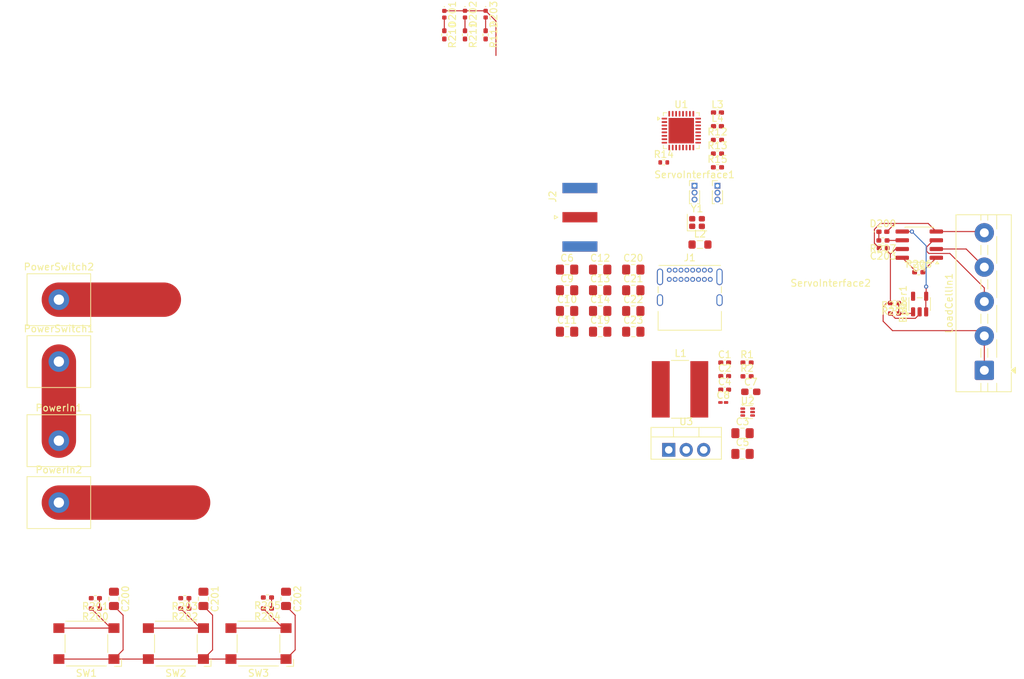
<source format=kicad_pcb>
(kicad_pcb (version 20241229) (generator "pcbnew") (generator_version "9.0")
  (layers (0 "F.Cu" signal) (2 "B.Cu" signal) (13 "F.Paste" user) (15 "B.Paste" user) (5 "F.SilkS" user "F.Silkscreen") (7 "B.SilkS" user "B.Silkscreen") (1 "F.Mask" user) (3 "B.Mask" user) (25 "Edge.Cuts" user))
  (net 0 "")
  (net 1 "Net-(Buffer1-+)")
  (net 2 "Net-(Buffer1--)")
  (net 3 "+3V3")
  (net 4 "GND")
  (net 5 "/Power/Bat+")
  (net 6 "+6V")
  (net 7 "Net-(U2-VBST)")
  (net 8 "Net-(U2-SW)")
  (net 9 "Net-(U2-VFB)")
  (net 10 "Net-(C11-Pad2)")
  (net 11 "/CHIP_EN")
  (net 12 "/BTN1")
  (net 13 "/BTN2")
  (net 14 "Net-(U1-XTAL_N)")
  (net 15 "Net-(C20-Pad2)")
  (net 16 "Net-(C21-Pad2)")
  (net 17 "Net-(U1-LNA_IN)")
  (net 18 "Net-(J2-In)")
  (net 19 "/LOAD_CELL")
  (net 20 "Net-(J1-D+-PadA6)")
  (net 22 "Net-(J1-D--PadA7)")
  (net 23 "Net-(J1-CC2)")
  (net 24 "Net-(J1-CC1)")
  (net 26 "Net-(U1-XTAL_P)")
  (net 27 "/Peripherals/GRN")
  (net 28 "/Peripherals/WHT")
  (net 29 "/Power/Bat-")
  (net 30 "/USB_D-")
  (net 31 "/USB_D+")
  (net 32 "/LED_INF")
  (net 33 "/PWM_S1")
  (net 34 "/PWM_S2")
  (net 49 "Net-(R200-Pad2)")
  (net 50 "Net-(R202-Pad2)")
  (net 51 "Net-(R204-Pad2)")
  (net 52 "Net-(R206-Pad1)")
  (net 53 "Net-(R206-Pad2)")
  (net 54 "Net-(R207-Pad1)")
  (net 55 "Net-(D201-A)")
  (net 56 "Net-(D202-A)")
  (net 57 "Net-(D203-A)")
  (footprint "Capacitor_SMD:C_0201_0603Metric_Pad0.64x0.40mm_HandSolder" (layer "F.Cu") (at 128.02 75.445)
    (property "Reference" "C8" (at 0 -1.05 0) (layer "F.SilkS"))
    (property "Value" "22pF")
    (pad "1" smd roundrect (at -0.4075 0) (size 0.635 0.4) (layers "F.Cu" "F.Mask") (net 3 "+3V3"))
    (pad "2" smd roundrect (at 0.4075 0) (size 0.635 0.4) (layers "F.Cu" "F.Mask") (net 9 "Net-(U2-VFB)"))
  )
  (footprint "Capacitor_SMD:C_0805_2012Metric_Pad1.18x1.45mm_HandSolder" (layer "F.Cu") (at 105.33 62.145)
    (property "Reference" "C10" (at 0 -1.68 0) (layer "F.SilkS"))
    (property "Value" "0.1uF")
    (pad "1" smd roundrect (at -1.0375 0) (size 1.175 1.45) (layers "F.Cu" "F.Mask" "F.Paste") (roundrect_rratio 0.212766) (net 4 "GND"))
    (pad "2" smd roundrect (at 1.0375 0) (size 1.175 1.45) (layers "F.Cu" "F.Mask" "F.Paste") (roundrect_rratio 0.212766) (net 3 "+3V3"))
  )
  (footprint "Crystal:Crystal_SMD_2016-4Pin_2.0x1.6mm" (layer "F.Cu") (at 124.21 49.285)
    (property "Reference" "Y1" (at 0 -2 0) (layer "F.SilkS"))
    (property "Value" "40Mhz 10ppm")
    (pad "1" smd roundrect (at -0.7 0.55) (size 0.9 0.8) (layers "F.Cu" "F.Mask" "F.Paste") (net 15 "Net-(C20-Pad2)"))
    (pad "2" smd roundrect (at 0.7 0.55) (size 0.9 0.8) (layers "F.Cu" "F.Mask" "F.Paste") (net 4 "GND"))
    (pad "3" smd roundrect (at 0.7 -0.55) (size 0.9 0.8) (layers "F.Cu" "F.Mask" "F.Paste") (net 14 "Net-(U1-XTAL_N)"))
    (pad "4" smd roundrect (at -0.7 -0.55) (size 0.9 0.8) (layers "F.Cu" "F.Mask" "F.Paste") (net 4 "GND"))
  )
  (footprint "Resistor_SMD:R_0402_1005Metric_Pad0.72x0.64mm_HandSolder" (layer "F.Cu") (at 87.5 22 -90)
    (property "Reference" "R210" (at 0.015 -1.17 90) (layer "F.SilkS"))
    (property "Value" "65Ohm")
    (pad "1" smd roundrect (at -0.5975 0 270) (size 0.715 0.64) (layers "F.Cu" "F.Mask" "F.Paste") (net 55 "Net-(D201-A)"))
    (pad "2" smd roundrect (at 0.5975 0 270) (size 0.715 0.64) (layers "F.Cu" "F.Mask" "F.Paste") (net 32 "/LED_INF"))
  )
  (footprint "LED_SMD:LED_0402_1005Metric" (layer "F.Cu") (at 93.5 18.985 -90)
    (property "Reference" "D203" (at 0 -1.17 90) (layer "F.SilkS"))
    (property "Value" "6V")
    (pad "1" smd roundrect (at -0.485 0 270) (size 0.59 0.64) (layers "F.Cu" "F.Mask" "F.Paste") (net 4 "GND"))
    (pad "2" smd roundrect (at 0.485 0 270) (size 0.59 0.64) (layers "F.Cu" "F.Mask" "F.Paste") (net 57 "Net-(D203-A)"))
  )
  (footprint "Capacitor_SMD:C_0805_2012Metric_Pad1.18x1.45mm_HandSolder" (layer "F.Cu") (at 114.95 62.145)
    (property "Reference" "C22" (at 0 -1.68 0) (layer "F.SilkS"))
    (property "Value" "1.4pF")
    (pad "1" smd roundrect (at -1.0375 0) (size 1.175 1.45) (layers "F.Cu" "F.Mask" "F.Paste") (roundrect_rratio 0.212766) (net 4 "GND"))
    (pad "2" smd roundrect (at 1.0375 0) (size 1.175 1.45) (layers "F.Cu" "F.Mask" "F.Paste") (roundrect_rratio 0.212766) (net 17 "Net-(U1-LNA_IN)"))
  )
  (footprint "Package_SO:SOIC-8_3.9x4.9mm_P1.27mm" (layer "F.Cu") (at 156.5 52.5 180)
    (property "Reference" "U4" (at 0 -3.4 0) (layer "F.SilkS"))
    (property "Value" "AD623")
    (pad "1" smd roundrect (at -2.475 -1.905 180) (size 1.95 0.6) (layers "F.Cu" "F.Mask" "F.Paste") (net 53 "Net-(R206-Pad2)"))
    (pad "2" smd roundrect (at -2.475 -0.635 180) (size 1.95 0.6) (layers "F.Cu" "F.Mask" "F.Paste") (net 28 "/Peripherals/WHT"))
    (pad "3" smd roundrect (at -2.475 0.635 180) (size 1.95 0.6) (layers "F.Cu" "F.Mask" "F.Paste") (net 27 "/Peripherals/GRN"))
    (pad "4" smd roundrect (at -2.475 1.905 180) (size 1.95 0.6) (layers "F.Cu" "F.Mask" "F.Paste") (net 4 "GND"))
    (pad "5" smd roundrect (at 2.475 1.905 180) (size 1.95 0.6) (layers "F.Cu" "F.Mask" "F.Paste") (net 2 "Net-(Buffer1--)"))
    (pad "6" smd roundrect (at 2.475 0.635 180) (size 1.95 0.6) (layers "F.Cu" "F.Mask" "F.Paste") (net 54 "Net-(R207-Pad1)"))
    (pad "7" smd roundrect (at 2.475 -0.635 180) (size 1.95 0.6) (layers "F.Cu" "F.Mask" "F.Paste") (net 6 "+6V"))
    (pad "8" smd roundrect (at 2.475 -1.905 180) (size 1.95 0.6) (layers "F.Cu" "F.Mask" "F.Paste") (net 52 "Net-(R206-Pad1)"))
  )
  (footprint "Resistor_SMD:R_0402_1005Metric_Pad0.72x0.64mm_HandSolder" (layer "F.Cu") (at 151.22 51.89 180)
    (property "Reference" "R207" (at 0 -1.17 0) (layer "F.SilkS"))
    (property "Value" "820Ohm")
    (pad "1" smd roundrect (at -0.5975 0 180) (size 0.715 0.64) (layers "F.Cu" "F.Mask" "F.Paste") (net 54 "Net-(R207-Pad1)"))
    (pad "2" smd roundrect (at 0.5975 0 180) (size 0.715 0.64) (layers "F.Cu" "F.Mask" "F.Paste") (net 19 "/LOAD_CELL"))
  )
  (footprint "Resistor_SMD:R_0402_1005Metric_Pad0.72x0.64mm_HandSolder" (layer "F.Cu") (at 36.8 105.4 180)
    (property "Reference" "R200" (at 0 -1.17 0) (layer "F.SilkS"))
    (property "Value" "1kOhm")
    (pad "1" smd roundrect (at -0.5975 0 180) (size 0.715 0.64) (layers "F.Cu" "F.Mask" "F.Paste") (net 11 "/CHIP_EN"))
    (pad "2" smd roundrect (at 0.5975 0 180) (size 0.715 0.64) (layers "F.Cu" "F.Mask" "F.Paste") (net 49 "Net-(R200-Pad2)"))
  )
  (footprint "TerminalBlock_MetzConnect:TerminalBlock_MetzConnect_360271_1x01_Horizontal_ScrewM3.0_Boxed" (layer "F.Cu") (at 31.5 90)
    (property "Reference" "PowerIn2" (at 0 -4.77 0) (layer "F.SilkS"))
    (property "Value" "Battery+")
    (pad "1" thru_hole circle (at 0 0) (size 3 3) (drill 1.5) (layers "*.Cu" "*.Mask") (net 5 "/Power/Bat+"))
  )
  (footprint "Capacitor_SMD:C_0805_2012Metric_Pad1.18x1.45mm_HandSolder" (layer "F.Cu") (at 64.5 104 -90)
    (property "Reference" "C202" (at 0 -1.68 90) (layer "F.SilkS"))
    (property "Value" "100nF")
    (pad "1" smd roundrect (at -1.0375 0 270) (size 1.175 1.45) (layers "F.Cu" "F.Mask" "F.Paste") (roundrect_rratio 0.212766) (net 13 "/BTN2"))
    (pad "2" smd roundrect (at 1.0375 0 270) (size 1.175 1.45) (layers "F.Cu" "F.Mask" "F.Paste") (roundrect_rratio 0.212766) (net 4 "GND"))
  )
  (footprint "TerminalBlock_MetzConnect:TerminalBlock_MetzConnect_360271_1x01_Horizontal_ScrewM3.0_Boxed" (layer "F.Cu") (at 31.5 81)
    (property "Reference" "PowerIn1" (at 0 -4.77 0) (layer "F.SilkS"))
    (property "Value" "Battery-")
    (pad "1" thru_hole circle (at 0 0) (size 3 3) (drill 1.5) (layers "*.Cu" "*.Mask") (net 29 "/Power/Bat-"))
  )
  (footprint "TerminalBlock_MetzConnect:TerminalBlock_MetzConnect_360271_1x01_Horizontal_ScrewM3.0_Boxed" (layer "F.Cu") (at 31.5 69.5)
    (property "Reference" "PowerSwitch1" (at 0 -4.77 0) (layer "F.SilkS"))
    (property "Value" "Screw_Terminal_01x01")
    (pad "1" thru_hole circle (at 0 0) (size 3 3) (drill 1.5) (layers "*.Cu" "*.Mask") (net 29 "/Power/Bat-"))
  )
  (footprint "Package_TO_SOT_SMD:SOT-23-5" (layer "F.Cu") (at 156.55 61.1375 90)
    (property "Reference" "Buffer1" (at 0 -2.4 90) (layer "F.SilkS"))
    (property "Value" "MCP6001U")
    (pad "1" smd roundrect (at -1.1375 -0.95 90) (size 1.325 0.6) (layers "F.Cu" "F.Mask" "F.Paste") (net 1 "Net-(Buffer1-+)"))
    (pad "2" smd roundrect (at -1.1375 0 90) (size 1.325 0.6) (layers "F.Cu" "F.Mask" "F.Paste") (net 4 "GND"))
    (pad "3" smd roundrect (at -1.1375 0.95 90) (size 1.325 0.6) (layers "F.Cu" "F.Mask" "F.Paste") (net 2 "Net-(Buffer1--)"))
    (pad "4" smd roundrect (at 1.1375 0.95 90) (size 1.325 0.6) (layers "F.Cu" "F.Mask" "F.Paste") (net 2 "Net-(Buffer1--)"))
    (pad "5" smd roundrect (at 1.1375 -0.95 90) (size 1.325 0.6) (layers "F.Cu" "F.Mask" "F.Paste") (net 3 "+3V3"))
  )
  (footprint "LED_SMD:LED_0402_1005Metric" (layer "F.Cu") (at 87.5 19 -90)
    (property "Reference" "D201" (at 0 -1.17 90) (layer "F.SilkS"))
    (property "Value" "INF")
    (pad "1" smd roundrect (at -0.485 0 270) (size 0.59 0.64) (layers "F.Cu" "F.Mask" "F.Paste") (net 4 "GND"))
    (pad "2" smd roundrect (at 0.485 0 270) (size 0.59 0.64) (layers "F.Cu" "F.Mask" "F.Paste") (net 55 "Net-(D201-A)"))
  )
  (footprint "Capacitor_SMD:C_0402_1005Metric_Pad0.74x0.62mm_HandSolder" (layer "F.Cu") (at 128.23 73.585)
    (property "Reference" "C4" (at 0 -1.16 0) (layer "F.SilkS"))
    (property "Value" "0.1uf")
    (pad "1" smd roundrect (at -0.5675 0) (size 0.735 0.62) (layers "F.Cu" "F.Mask" "F.Paste") (net 6 "+6V"))
    (pad "2" smd roundrect (at 0.5675 0) (size 0.735 0.62) (layers "F.Cu" "F.Mask" "F.Paste") (net 4 "GND"))
  )
  (footprint "Connector_USB:USB_C_Receptacle_GCT_USB4085" (layer "F.Cu") (at 120.18 56.205)
    (property "Reference" "J1" (at 2.975 -1.8 0) (layer "F.SilkS"))
    (property "Value" "USB_C_Receptacle_USB2.0_16P")
    (pad "A1" thru_hole circle (at 0 0) (size 0.7 0.7) (drill 0.4) (layers "*.Cu" "*.Mask") (net 4 "GND"))
    (pad "A4" thru_hole circle (at 0.85 0) (size 0.7 0.7) (drill 0.4) (layers "*.Cu" "*.Mask") (net 16 "Net-(C21-Pad2)"))
    (pad "A5" thru_hole circle (at 1.7 0) (size 0.7 0.7) (drill 0.4) (layers "*.Cu" "*.Mask") (net 24 "Net-(J1-CC1)"))
    (pad "A6" thru_hole circle (at 2.55 0) (size 0.7 0.7) (drill 0.4) (layers "*.Cu" "*.Mask") (net 20 "Net-(J1-D+-PadA6)"))
    (pad "A7" thru_hole circle (at 3.4 0) (size 0.7 0.7) (drill 0.4) (layers "*.Cu" "*.Mask") (net 22 "Net-(J1-D--PadA7)"))
    (pad "A8" thru_hole circle (at 4.25 0) (size 0.7 0.7) (drill 0.4) (layers "*.Cu" "*.Mask"))
    (pad "A9" thru_hole circle (at 5.1 0) (size 0.7 0.7) (drill 0.4) (layers "*.Cu" "*.Mask") (net 16 "Net-(C21-Pad2)"))
    (pad "A12" thru_hole circle (at 5.95 0) (size 0.7 0.7) (drill 0.4) (layers "*.Cu" "*.Mask") (net 4 "GND"))
    (pad "B1" thru_hole circle (at 5.95 1.35) (size 0.7 0.7) (drill 0.4) (layers "*.Cu" "*.Mask") (net 4 "GND"))
    (pad "B4" thru_hole circle (at 5.1 1.35) (size 0.7 0.7) (drill 0.4) (layers "*.Cu" "*.Mask") (net 16 "Net-(C21-Pad2)"))
    (pad "B5" thru_hole circle (at 4.25 1.35) (size 0.7 0.7) (drill 0.4) (layers "*.Cu" "*.Mask") (net 23 "Net-(J1-CC2)"))
    (pad "B6" thru_hole circle (at 3.4 1.35) (size 0.7 0.7) (drill 0.4) (layers "*.Cu" "*.Mask") (net 20 "Net-(J1-D+-PadA6)"))
    (pad "B7" thru_hole circle (at 2.55 1.35) (size 0.7 0.7) (drill 0.4) (layers "*.Cu" "*.Mask") (net 22 "Net-(J1-D--PadA7)"))
    (pad "B8" thru_hole circle (at 1.7 1.35) (size 0.7 0.7) (drill 0.4) (layers "*.Cu" "*.Mask"))
    (pad "B9" thru_hole circle (at 0.85 1.35) (size 0.7 0.7) (drill 0.4) (layers "*.Cu" "*.Mask") (net 16 "Net-(C21-Pad2)"))
    (pad "B12" thru_hole circle (at 0 1.35) (size 0.7 0.7) (drill 0.4) (layers "*.Cu" "*.Mask") (net 4 "GND"))
    (pad "S1" thru_hole oval (at -1.35 0.98) (size 0.9 2.4) (drill oval 0.6 2.1) (layers "*.Cu" "*.Mask") (net 4 "GND"))
    (pad "S1" thru_hole oval (at -1.35 4.36) (size 0.9 1.7) (drill oval 0.6 1.4) (layers "*.Cu" "*.Mask") (net 4 "GND"))
    (pad "S1" thru_hole oval (at 7.3 0.98) (size 0.9 2.4) (drill oval 0.6 2.1) (layers "*.Cu" "*.Mask") (net 4 "GND"))
    (pad "S1" thru_hole oval (at 7.3 4.36) (size 0.9 1.7) (drill oval 0.6 1.4) (layers "*.Cu" "*.Mask") (net 4 "GND"))
  )
  (footprint "Capacitor_SMD:C_0805_2012Metric_Pad1.18x1.45mm_HandSolder" (layer "F.Cu") (at 110.14 59.135)
    (property "Reference" "C13" (at 0 -1.68 0) (layer "F.SilkS"))
    (property "Value" "1uF")
    (pad "1" smd roundrect (at -1.0375 0) (size 1.175 1.45) (layers "F.Cu" "F.Mask" "F.Paste") (roundrect_rratio 0.212766) (net 4 "GND"))
    (pad "2" smd roundrect (at 1.0375 0) (size 1.175 1.45) (layers "F.Cu" "F.Mask" "F.Paste") (roundrect_rratio 0.212766) (net 3 "+3V3"))
  )
  (footprint "Connector_PinHeader_1.00mm:PinHeader_1x03_P1.00mm_Vertical" (layer "F.Cu") (at 127.18 43.935)
    (property "Reference" "ServoInterface2" (at 16.45 14.16 0) (layer "F.SilkS"))
    (property "Value" "Servo2")
    (pad "1" thru_hole rect (at 0 0) (size 0.85 0.85) (drill 0.5) (layers "*.Cu" "*.Mask") (net 4 "GND"))
    (pad "2" thru_hole circle (at 0 1) (size 0.85 0.85) (drill 0.5) (layers "*.Cu" "*.Mask") (net 5 "/Power/Bat+"))
    (pad "3" thru_hole circle (at 0 2) (size 0.85 0.85) (drill 0.5) (layers "*.Cu" "*.Mask") (net 34 "/PWM_S2"))
  )
  (footprint "Connector_PinHeader_1.00mm:PinHeader_1x03_P1.00mm_Vertical" (layer "F.Cu") (at 123.85 43.935)
    (property "Reference" "ServoInterface1" (at 0 -1.61 0) (layer "F.SilkS"))
    (property "Value" "Servo1")
    (pad "1" thru_hole rect (at 0 0) (size 0.85 0.85) (drill 0.5) (layers "*.Cu" "*.Mask") (net 4 "GND"))
    (pad "2" thru_hole circle (at 0 1) (size 0.85 0.85) (drill 0.5) (layers "*.Cu" "*.Mask") (net 5 "/Power/Bat+"))
    (pad "3" thru_hole circle (at 0 2) (size 0.85 0.85) (drill 0.5) (layers "*.Cu" "*.Mask") (net 33 "/PWM_S1"))
  )
  (footprint "Package_DFN_QFN:QFN-32-1EP_5x5mm_P0.5mm_EP3.7x3.7mm" (layer "F.Cu") (at 121.925 35.925)
    (property "Reference" "U1" (at 0 -3.8 0) (layer "F.SilkS"))
    (property "Value" "ESP32-C3")
    (pad "1" smd roundrect (at -2.45 -1.75) (size 0.8 0.25) (layers "F.Cu" "F.Mask" "F.Paste") (net 17 "Net-(U1-LNA_IN)"))
    (pad "2" smd roundrect (at -2.45 -1.25) (size 0.8 0.25) (layers "F.Cu" "F.Mask" "F.Paste") (net 10 "Net-(C11-Pad2)"))
    (pad "3" smd roundrect (at -2.45 -0.75) (size 0.8 0.25) (layers "F.Cu" "F.Mask" "F.Paste") (net 10 "Net-(C11-Pad2)"))
    (pad "4" smd roundrect (at -2.45 -0.25) (size 0.8 0.25) (layers "F.Cu" "F.Mask" "F.Paste") (net 19 "/LOAD_CELL"))
    (pad "5" smd roundrect (at -2.45 0.25) (size 0.8 0.25) (layers "F.Cu" "F.Mask" "F.Paste"))
    (pad "6" smd roundrect (at -2.45 0.75) (size 0.8 0.25) (layers "F.Cu" "F.Mask" "F.Paste"))
    (pad "7" smd roundrect (at -2.45 1.25) (size 0.8 0.25) (layers "F.Cu" "F.Mask" "F.Paste") (net 11 "/CHIP_EN"))
    (pad "8" smd roundrect (at -2.45 1.75) (size 0.8 0.25) (layers "F.Cu" "F.Mask" "F.Paste") (net 33 "/PWM_S1"))
    (pad "9" smd roundrect (at -1.75 2.45) (size 0.25 0.8) (layers "F.Cu" "F.Mask" "F.Paste"))
    (pad "10" smd roundrect (at -1.25 2.45) (size 0.25 0.8) (layers "F.Cu" "F.Mask" "F.Paste"))
    (pad "11" smd roundrect (at -0.75 2.45) (size 0.25 0.8) (layers "F.Cu" "F.Mask" "F.Paste") (net 3 "+3V3"))
    (pad "12" smd roundrect (at -0.25 2.45) (size 0.25 0.8) (layers "F.Cu" "F.Mask" "F.Paste"))
    (pad "13" smd roundrect (at 0.25 2.45) (size 0.25 0.8) (layers "F.Cu" "F.Mask" "F.Paste"))
    (pad "14" smd roundrect (at 0.75 2.45) (size 0.25 0.8) (layers "F.Cu" "F.Mask" "F.Paste") (net 12 "/BTN1"))
    (pad "15" smd roundrect (at 1.25 2.45) (size 0.25 0.8) (layers "F.Cu" "F.Mask" "F.Paste") (net 13 "/BTN2"))
    (pad "16" smd roundrect (at 1.75 2.45) (size 0.25 0.8) (layers "F.Cu" "F.Mask" "F.Paste") (net 34 "/PWM_S2"))
    (pad "17" smd roundrect (at 2.45 1.75) (size 0.8 0.25) (layers "F.Cu" "F.Mask" "F.Paste") (net 3 "+3V3"))
    (pad "18" smd roundrect (at 2.45 1.25) (size 0.8 0.25) (layers "F.Cu" "F.Mask" "F.Paste"))
    (pad "19" smd roundrect (at 2.45 0.75) (size 0.8 0.25) (layers "F.Cu" "F.Mask" "F.Paste"))
    (pad "20" smd roundrect (at 2.45 0.25) (size 0.8 0.25) (layers "F.Cu" "F.Mask" "F.Paste"))
    (pad "21" smd roundrect (at 2.45 -0.25) (size 0.8 0.25) (layers "F.Cu" "F.Mask" "F.Paste"))
    (pad "22" smd roundrect (at 2.45 -0.75) (size 0.8 0.25) (layers "F.Cu" "F.Mask" "F.Paste"))
    (pad "23" smd roundrect (at 2.45 -1.25) (size 0.8 0.25) (layers "F.Cu" "F.Mask" "F.Paste"))
    (pad "24" smd roundrect (at 2.45 -1.75) (size 0.8 0.25) (layers "F.Cu" "F.Mask" "F.Paste"))
    (pad "25" smd roundrect (at 1.75 -2.45) (size 0.25 0.8) (layers "F.Cu" "F.Mask" "F.Paste") (net 30 "/USB_D-"))
    (pad "26" smd roundrect (at 1.25 -2.45) (size 0.25 0.8) (layers "F.Cu" "F.Mask" "F.Paste") (net 31 "/USB_D+"))
    (pad "27" smd roundrect (at 0.75 -2.45) (size 0.25 0.8) (layers "F.Cu" "F.Mask" "F.Paste"))
    (pad "28" smd roundrect (at 0.25 -2.45) (size 0.25 0.8) (layers "F.Cu" "F.Mask" "F.Paste") (net 32 "/LED_INF"))
    (pad "29" smd roundrect (at -0.25 -2.45) (size 0.25 0.8) (layers "F.Cu" "F.Mask" "F.Paste") (net 14 "Net-(U1-XTAL_N)"))
    (pad "30" smd roundrect (at -0.75 -2.45) (size 0.25 0.8) (layers "F.Cu" "F.Mask" "F.Paste") (net 26 "Net-(U1-XTAL_P)"))
    (pad "31" smd roundrect (at -1.25 -2.45) (size 0.25 0.8) (layers "F.Cu" "F.Mask" "F.Paste") (net 3 "+3V3"))
    (pad "32" smd roundrect (at -1.75 -2.45) (size 0.25 0.8) (layers "F.Cu" "F.Mask" "F.Paste") (net 3 "+3V3"))
    (pad "33" smd rect (at 0 0) (size 3.7 3.7) (property pad_prop_heatsink) (layers "F.Cu" "F.Mask") (net 4 "GND"))
  )
  (footprint "Package_TO_SOT_THT:TO-220-3_Vertical" (layer "F.Cu") (at 120.1 82.335)
    (property "Reference" "U3" (at 2.54 -4.1 0) (layer "F.SilkS"))
    (property "Value" "LM7806_TO220")
    (pad "1" thru_hole rect (at 0 0) (size 1.905 2) (drill 1.1) (layers "*.Cu" "*.Mask") (net 5 "/Power/Bat+"))
    (pad "2" thru_hole oval (at 2.54 0) (size 1.905 2) (drill 1.1) (layers "*.Cu" "*.Mask") (net 4 "GND"))
    (pad "3" thru_hole oval (at 5.08 0) (size 1.905 2) (drill 1.1) (layers "*.Cu" "*.Mask") (net 6 "+6V"))
  )
  (footprint "Capacitor_SMD:C_0805_2012Metric_Pad1.18x1.45mm_HandSolder" (layer "F.Cu") (at 130.82 79.915)
    (property "Reference" "C3" (at 0 -1.68 0) (layer "F.SilkS"))
    (property "Value" "22uF")
    (pad "1" smd roundrect (at -1.0375 0) (size 1.175 1.45) (layers "F.Cu" "F.Mask" "F.Paste") (roundrect_rratio 0.212766) (net 3 "+3V3"))
    (pad "2" smd roundrect (at 1.0375 0) (size 1.175 1.45) (layers "F.Cu" "F.Mask" "F.Paste") (roundrect_rratio 0.212766) (net 4 "GND"))
  )
  (footprint "Resistor_SMD:R_0402_1005Metric_Pad0.72x0.64mm_HandSolder" (layer "F.Cu") (at 152.9025 62.5)
    (property "Reference" "R209" (at 0 -1.17 0) (layer "F.SilkS"))
    (property "Value" "1kOhm")
    (pad "1" smd roundrect (at -0.5975 0) (size 0.715 0.64) (layers "F.Cu" "F.Mask" "F.Paste") (net 4 "GND"))
    (pad "2" smd roundrect (at 0.5975 0) (size 0.715 0.64) (layers "F.Cu" "F.Mask" "F.Paste") (net 1 "Net-(Buffer1-+)"))
  )
  (footprint "Connector_Coaxial:SMA_Amphenol_132289_EdgeMount" (layer "F.Cu") (at 107.195 48.515)
    (property "Reference" "J2" (at -3.96 -3 90) (layer "F.SilkS"))
    (property "Value" "SMA_RP")
    (pad "1" smd rect (at 0 0 90) (size 1.5 5.08) (layers "F.Cu" "F.Mask" "F.Paste") (net 18 "Net-(J2-In)"))
    (pad "2" smd rect (at 0 -4.25 90) (size 1.5 5.08) (layers "F.Cu" "F.Mask" "F.Paste") (net 4 "GND"))
    (pad "2" smd rect (at 0 -4.25 90) (size 1.5 5.08) (layers "B.Cu" "B.Mask" "B.Paste") (net 4 "GND"))
    (pad "2" smd rect (at 0 4.25 90) (size 1.5 5.08) (layers "F.Cu" "F.Mask" "F.Paste") (net 4 "GND"))
    (pad "2" smd rect (at 0 4.25 90) (size 1.5 5.08) (layers "B.Cu" "B.Mask" "B.Paste") (net 4 "GND"))
  )
  (footprint "Capacitor_SMD:C_0603_1608Metric_Pad1.08x0.95mm_HandSolder" (layer "F.Cu") (at 132.02 73.895)
    (property "Reference" "C7" (at 0 -1.43 0) (layer "F.SilkS"))
    (property "Value" "100nF")
    (pad "1" smd roundrect (at -0.8625 0) (size 1.075 0.95) (layers "F.Cu" "F.Mask" "F.Paste") (net 7 "Net-(U2-VBST)"))
    (pad "2" smd roundrect (at 0.8625 0) (size 1.075 0.95) (layers "F.Cu" "F.Mask" "F.Paste") (net 8 "Net-(U2-SW)"))
  )
  (footprint "Capacitor_SMD:C_0805_2012Metric_Pad1.18x1.45mm_HandSolder" (layer "F.Cu") (at 110.14 56.125)
    (property "Reference" "C12" (at 0 -1.68 0) (layer "F.SilkS"))
    (property "Value" "0.1uF")
    (pad "1" smd roundrect (at -1.0375 0) (size 1.175 1.45) (layers "F.Cu" "F.Mask" "F.Paste") (roundrect_rratio 0.212766) (net 3 "+3V3"))
    (pad "2" smd roundrect (at 1.0375 0) (size 1.175 1.45) (layers "F.Cu" "F.Mask" "F.Paste") (roundrect_rratio 0.212766) (net 4 "GND"))
  )
  (footprint "Resistor_SMD:R_0402_1005Metric_Pad0.72x0.64mm_HandSolder" (layer "F.Cu") (at 127.18 37.275)
    (property "Reference" "R12" (at 0 -1.17 0) (layer "F.SilkS"))
    (property "Value" "10kOhm")
    (pad "1" smd roundrect (at -0.5975 0) (size 0.715 0.64) (layers "F.Cu" "F.Mask" "F.Paste") (net 24 "Net-(J1-CC1)"))
    (pad "2" smd roundrect (at 0.5975 0) (size 0.715 0.64) (layers "F.Cu" "F.Mask" "F.Paste") (net 4 "GND"))
  )
  (footprint "Inductor_SMD:L_0402_1005Metric_Pad0.77x0.64mm_HandSolder" (layer "F.Cu") (at 127.18 35.285)
    (property "Reference" "L4" (at 0 -1.17 0) (layer "F.SilkS"))
    (property "Value" "2.5nH")
    (pad "1" smd roundrect (at -0.5725 0) (size 0.765 0.64) (layers "F.Cu" "F.Mask" "F.Paste") (net 17 "Net-(U1-LNA_IN)"))
    (pad "2" smd roundrect (at 0.5725 0) (size 0.765 0.64) (layers "F.Cu" "F.Mask" "F.Paste") (net 18 "Net-(J2-In)"))
  )
  (footprint "Resistor_SMD:R_0402_1005Metric_Pad0.72x0.64mm_HandSolder" (layer "F.Cu") (at 61.8 105.4 180)
    (property "Reference" "R204" (at 0 -1.17 0) (layer "F.SilkS"))
    (property "Value" "1kOhm")
    (pad "1" smd roundrect (at -0.5975 0 180) (size 0.715 0.64) (layers "F.Cu" "F.Mask" "F.Paste") (net 13 "/BTN2"))
    (pad "2" smd roundrect (at 0.5975 0 180) (size 0.715 0.64) (layers "F.Cu" "F.Mask" "F.Paste") (net 51 "Net-(R204-Pad2)"))
  )
  (footprint "Diode_SMD:D_0402_1005Metric_Pad0.77x0.64mm_HandSolder" (layer "F.Cu") (at 151.21 50.62)
    (property "Reference" "D200" (at 0 -1.17 0) (layer "F.SilkS"))
    (property "Value" "2V")
    (pad "1" smd roundrect (at -0.5725 0) (size 0.765 0.64) (layers "F.Cu" "F.Mask" "F.Paste") (net 19 "/LOAD_CELL"))
    (pad "2" smd roundrect (at 0.5725 0) (size 0.765 0.64) (layers "F.Cu" "F.Mask" "F.Paste") (net 4 "GND"))
  )
  (footprint "Capacitor_SMD:C_0805_2012Metric_Pad1.18x1.45mm_HandSolder" (layer "F.Cu") (at 114.95 59.135)
    (property "Reference" "C21" (at 0 -1.68 0) (layer "F.SilkS"))
    (property "Value" "22uF")
    (pad "1" smd roundrect (at -1.0375 0) (size 1.175 1.45) (layers "F.Cu" "F.Mask" "F.Paste") (roundrect_rratio 0.212766) (net 4 "GND"))
    (pad "2" smd roundrect (at 1.0375 0) (size 1.175 1.45) (layers "F.Cu" "F.Mask" "F.Paste") (roundrect_rratio 0.212766) (net 16 "Net-(C21-Pad2)"))
  )
  (footprint "Inductor_SMD:L_0402_1005Metric_Pad0.77x0.64mm_HandSolder" (layer "F.Cu") (at 127.18 33.295)
    (property "Reference" "L3" (at 0 -1.17 0) (layer "F.SilkS"))
    (property "Value" "24nH")
    (pad "1" smd roundrect (at -0.5725 0) (size 0.765 0.64) (layers "F.Cu" "F.Mask" "F.Paste") (net 15 "Net-(C20-Pad2)"))
    (pad "2" smd roundrect (at 0.5725 0) (size 0.765 0.64) (layers "F.Cu" "F.Mask" "F.Paste") (net 26 "Net-(U1-XTAL_P)"))
  )
  (footprint "Inductor_SMD:L_0805_2012Metric_Pad1.05x1.20mm_HandSolder" (layer "F.Cu") (at 124.64 52.485)
    (property "Reference" "L2" (at 0 -1.55 0) (layer "F.SilkS"))
    (property "Value" "2nH")
    (pad "1" smd roundrect (at -1.15 0) (size 1.05 1.2) (layers "F.Cu" "F.Mask" "F.Paste") (roundrect_rratio 0.238095) (net 3 "+3V3"))
    (pad "2" smd roundrect (at 1.15 0) (size 1.05 1.2) (layers "F.Cu" "F.Mask" "F.Paste") (roundrect_rratio 0.238095) (net 10 "Net-(C11-Pad2)"))
  )
  (footprint "Resistor_SMD:R_0402_1005Metric_Pad0.72x0.64mm_HandSolder" (layer "F.Cu") (at 49.8 103.9 180)
    (property "Reference" "R203" (at 0 -1.17 0) (layer "F.SilkS"))
    (property "Value" "10kOhm")
    (pad "1" smd roundrect (at -0.5975 0 180) (size 0.715 0.64) (layers "F.Cu" "F.Mask" "F.Paste") (net 12 "/BTN1"))
    (pad "2" smd roundrect (at 0.5975 0 180) (size 0.715 0.64) (layers "F.Cu" "F.Mask" "F.Paste") (net 3 "+3V3"))
  )
  (footprint "LED_SMD:LED_0402_1005Metric" (layer "F.Cu") (at 90.5 18.985 -90)
    (property "Reference" "D202" (at 0 -1.17 90) (layer "F.SilkS"))
    (property "Value" "3.3V")
    (pad "1" smd roundrect (at -0.485 0 270) (size 0.59 0.64) (layers "F.Cu" "F.Mask" "F.Paste") (net 4 "GND"))
    (pad "2" smd roundrect (at 0.485 0 270) (size 0.59 0.64) (layers "F.Cu" "F.Mask" "F.Paste") (net 56 "Net-(D202-A)"))
  )
  (footprint "Resistor_SMD:R_0402_1005Metric_Pad0.72x0.64mm_HandSolder" (layer "F.Cu") (at 127.18 39.265)
    (property "Reference" "R13" (at 0 -1.17 0) (layer "F.SilkS"))
    (property "Value" "10kOhm")
    (pad "1" smd roundrect (at -0.5975 0) (size 0.715 0.64) (layers "F.Cu" "F.Mask" "F.Paste") (net 23 "Net-(J1-CC2)"))
    (pad "2" smd roundrect (at 0.5975 0) (size 0.715 0.64) (layers "F.Cu" "F.Mask" "F.Paste") (net 4 "GND"))
  )
  (footprint "Capacitor_SMD:C_0805_2012Metric_Pad1.18x1.45mm_HandSolder" (layer "F.Cu") (at 110.14 62.145)
    (property "Reference" "C14" (at 0 -1.68 0) (layer "F.SilkS"))
    (property "Value" "10nF")
    (pad "1" smd roundrect (at -1.0375 0) (size 1.175 1.45) (layers "F.Cu" "F.Mask" "F.Paste") (roundrect_rratio 0.212766) (net 4 "GND"))
    (pad "2" smd roundrect (at 1.0375 0) (size 1.175 1.45) (layers "F.Cu" "F.Mask" "F.Paste") (roundrect_rratio 0.212766) (net 3 "+3V3"))
  )
  (footprint "Resistor_SMD:R_0402_1005Metric_Pad0.72x0.64mm_HandSolder" (layer "F.Cu") (at 49.8 105.4 180)
    (property "Reference" "R202" (at 0 -1.17 0) (layer "F.SilkS"))
    (property "Value" "1kOhm")
    (pad "1" smd roundrect (at -0.5975 0 180) (size 0.715 0.64) (layers "F.Cu" "F.Mask" "F.Paste") (net 12 "/BTN1"))
    (pad "2" smd roundrect (at 0.5975 0 180) (size 0.715 0.64) (layers "F.Cu" "F.Mask" "F.Paste") (net 50 "Net-(R202-Pad2)"))
  )
  (footprint "Resistor_SMD:R_0402_1005Metric_Pad0.72x0.64mm_HandSolder" (layer "F.Cu") (at 90.5 22 -90)
    (property "Reference" "R211" (at 0 -1.17 90) (layer "F.SilkS"))
    (property "Value" "65Ohm")
    (pad "1" smd roundrect (at -0.5975 0 270) (size 0.715 0.64) (layers "F.Cu" "F.Mask" "F.Paste") (net 56 "Net-(D202-A)"))
    (pad "2" smd roundrect (at 0.5975 0 270) (size 0.715 0.64) (layers "F.Cu" "F.Mask" "F.Paste") (net 3 "+3V3"))
  )
  (footprint "Capacitor_SMD:C_0805_2012Metric_Pad1.18x1.45mm_HandSolder" (layer "F.Cu") (at 130.82 82.925)
    (property "Reference" "C5" (at 0 -1.68 0) (layer "F.SilkS"))
    (property "Value" "10uF")
    (pad "1" smd roundrect (at -1.0375 0) (size 1.175 1.45) (layers "F.Cu" "F.Mask" "F.Paste") (roundrect_rratio 0.212766) (net 5 "/Power/Bat+"))
    (pad "2" smd roundrect (at 1.0375 0) (size 1.175 1.45) (layers "F.Cu" "F.Mask" "F.Paste") (roundrect_rratio 0.212766) (net 4 "GND"))
  )
  (footprint "Resistor_SMD:R_0402_1005Metric_Pad0.72x0.64mm_HandSolder" (layer "F.Cu") (at 156.42 56.51)
    (property "Reference" "R206" (at 0 -1.17 0) (layer "F.SilkS"))
    (property "Value" "3.3kOhm")
    (pad "1" smd roundrect (at -0.5975 0) (size 0.715 0.64) (layers "F.Cu" "F.Mask" "F.Paste") (net 52 "Net-(R206-Pad1)"))
    (pad "2" smd roundrect (at 0.5975 0) (size 0.715 0.64) (layers "F.Cu" "F.Mask" "F.Paste") (net 53 "Net-(R206-Pad2)"))
  )
  (footprint "Resistor_SMD:R_0402_1005Metric" (layer "F.Cu") (at 119.38 40.545)
    (property "Reference" "R14" (at 0 -1.17 0) (layer "F.SilkS"))
    (property "Value" "33Ohm")
    (pad "1" smd roundrect (at -0.51 0) (size 0.54 0.64) (layers "F.Cu" "F.Mask" "F.Paste") (net 22 "Net-(J1-D--PadA7)"))
    (pad "2" smd roundrect (at 0.51 0) (size 0.54 0.64) (layers "F.Cu" "F.Mask" "F.Paste") (net 30 "/USB_D-"))
  )
  (footprint "Resistor_SMD:R_0402_1005Metric_Pad0.72x0.64mm_HandSolder" (layer "F.Cu") (at 36.8 103.9 180)
    (property "Reference" "R201" (at 0 -1.17 0) (layer "F.SilkS"))
    (property "Value" "10kOhm")
    (pad "1" smd roundrect (at -0.5975 0 180) (size 0.715 0.64) (layers "F.Cu" "F.Mask" "F.Paste") (net 11 "/CHIP_EN"))
    (pad "2" smd roundrect (at 0.5975 0 180) (size 0.715 0.64) (layers "F.Cu" "F.Mask" "F.Paste") (net 3 "+3V3"))
  )
  (footprint "Button_Switch_SMD:SW_SPST_Omron_B3FS-100xP" (layer "F.Cu") (at 60.5 110.5 180)
    (property "Reference" "SW3" (at 0 -4.3 0) (layer "F.SilkS"))
    (property "Value" "BTN2")
    (pad "1" smd rect (at -4 -2.25) (size 1.6 1.4) (layers "F.Cu" "F.Mask" "F.Paste") (net 4 "GND"))
    (pad "1" smd rect (at 4 -2.25) (size 1.6 1.4) (layers "F.Cu" "F.Mask" "F.Paste") (net 4 "GND"))
    (pad "2" smd rect (at -4 2.25) (size 1.6 1.4) (layers "F.Cu" "F.Mask" "F.Paste") (net 51 "Net-(R204-Pad2)"))
    (pad "2" smd rect (at 4 2.25) (size 1.6 1.4) (layers "F.Cu" "F.Mask" "F.Paste") (net 51 "Net-(R204-Pad2)"))
  )
  (footprint "Package_TO_SOT_SMD:SOT-563" (layer "F.Cu") (at 131.57 76.84)
    (property "Reference" "U2" (at 0 -1.65 0) (layer "F.SilkS"))
    (property "Value" "TPS562202")
    (pad "1" smd roundrect (at -0.7125 -0.5) (size 0.675 0.35) (layers "F.Cu" "F.Mask" "F.Paste") (net 5 "/Power/Bat+"))
    (pad "2" smd roundrect (at -0.7125 0) (size 0.675 0.35) (layers "F.Cu" "F.Mask" "F.Paste") (net 8 "Net-(U2-SW)"))
    (pad "3" smd roundrect (at -0.7125 0.5) (size 0.675 0.35) (layers "F.Cu" "F.Mask" "F.Paste") (net 4 "GND"))
    (pad "4" smd roundrect (at 0.7125 0.5) (size 0.675 0.35) (layers "F.Cu" "F.Mask" "F.Paste") (net 7 "Net-(U2-VBST)"))
    (pad "5" smd roundrect (at 0.7125 0) (size 0.675 0.35) (layers "F.Cu" "F.Mask" "F.Paste") (net 5 "/Power/Bat+"))
    (pad "6" smd roundrect (at 0.7125 -0.5) (size 0.675 0.35) (layers "F.Cu" "F.Mask" "F.Paste") (net 9 "Net-(U2-VFB)"))
  )
  (footprint "Resistor_SMD:R_0402_1005Metric_Pad0.72x0.64mm_HandSolder" (layer "F.Cu") (at 93.5 22 -90)
    (property "Reference" "R112" (at 0 -1.17 90) (layer "F.SilkS"))
    (property "Value" "65Ohm")
    (pad "1" smd roundrect (at -0.5975 0 270) (size 0.715 0.64) (layers "F.Cu" "F.Mask" "F.Paste") (net 57 "Net-(D203-A)"))
    (pad "2" smd roundrect (at 0.5975 0 270) (size 0.715 0.64) (layers "F.Cu" "F.Mask" "F.Paste") (net 6 "+6V"))
  )
  (footprint "Capacitor_SMD:C_0805_2012Metric_Pad1.18x1.45mm_HandSolder" (layer "F.Cu") (at 39.5 104 -90)
    (property "Reference" "C200" (at 0 -1.68 90) (layer "F.SilkS"))
    (property "Value" "100nF")
    (pad "1" smd roundrect (at -1.0375 0 270) (size 1.175 1.45) (layers "F.Cu" "F.Mask" "F.Paste") (roundrect_rratio 0.212766) (net 11 "/CHIP_EN"))
    (pad "2" smd roundrect (at 1.0375 0 270) (size 1.175 1.45) (layers "F.Cu" "F.Mask" "F.Paste") (roundrect_rratio 0.212766) (net 4 "GND"))
  )
  (footprint "Capacitor_SMD:C_0805_2012Metric_Pad1.18x1.45mm_HandSolder" (layer "F.Cu") (at 110.14 65.155)
    (property "Reference" "C19" (at 0 -1.68 0) (layer "F.SilkS"))
    (property "Value" "24pF")
    (pad "1" smd roundrect (at -1.0375 0) (size 1.175 1.45) (layers "F.Cu" "F.Mask" "F.Paste") (roundrect_rratio 0.212766) (net 14 "Net-(U1-XTAL_N)"))
    (pad "2" smd roundrect (at 1.0375 0) (size 1.175 1.45) (layers "F.Cu" "F.Mask" "F.Paste") (roundrect_rratio 0.212766) (net 4 "GND"))
  )
  (footprint "Capacitor_SMD:C_0805_2012Metric_Pad1.18x1.45mm_HandSolder" (layer "F.Cu") (at 105.33 56.125)
    (property "Reference" "C6" (at 0 -1.68 0) (layer "F.SilkS"))
    (property "Value" "0.1uF")
    (pad "1" smd roundrect (at -1.0375 0) (size 1.175 1.45) (layers "F.Cu" "F.Mask" "F.Paste") (roundrect_rratio 0.212766) (net 4 "GND"))
    (pad "2" smd roundrect (at 1.0375 0) (size 1.175 1.45) (layers "F.Cu" "F.Mask" "F.Paste") (roundrect_rratio 0.212766) (net 3 "+3V3"))
  )
  (footprint "Capacitor_SMD:C_0805_2012Metric_Pad1.18x1.45mm_HandSolder" (layer "F.Cu") (at 105.33 65.155)
    (property "Reference" "C11" (at 0 -1.68 0) (layer "F.SilkS"))
    (property "Value" "1uF")
    (pad "1" smd roundrect (at -1.0375 0) (size 1.175 1.45) (layers "F.Cu" "F.Mask" "F.Paste") (roundrect_rratio 0.212766) (net 4 "GND"))
    (pad "2" smd roundrect (at 1.0375 0) (size 1.175 1.45) (layers "F.Cu" "F.Mask" "F.Paste") (roundrect_rratio 0.212766) (net 10 "Net-(C11-Pad2)"))
  )
  (footprint "Resistor_SMD:R_0402_1005Metric_Pad0.72x0.64mm_HandSolder" (layer "F.Cu") (at 131.48 69.655)
    (property "Reference" "R1" (at 0 -1.17 0) (layer "F.SilkS"))
    (property "Value" "10kOhm")
    (pad "1" smd roundrect (at -0.5975 0) (size 0.715 0.64) (layers "F.Cu" "F.Mask" "F.Paste") (net 9 "Net-(U2-VFB)"))
    (pad "2" smd roundrect (at 0.5975 0) (size 0.715 0.64) (layers "F.Cu" "F.Mask" "F.Paste") (net 4 "GND"))
  )
  (footprint "Resistor_SMD:R_0402_1005Metric_Pad0.72x0.64mm_HandSolder" (layer "F.Cu") (at 127.18 41.255)
    (property "Reference" "R15" (at 0 -1.17 0) (layer "F.SilkS"))
    (property "Value" "33Ohm")
    (pad "1" smd roundrect (at -0.5975 0) (size 0.715 0.64) (layers "F.Cu" "F.Mask" "F.Paste") (net 20 "Net-(J1-D+-PadA6)"))
    (pad "2" smd roundrect (at 0.5975 0) (size 0.715 0.64) (layers "F.Cu" "F.Mask" "F.Paste") (net 31 "/USB_D+"))
  )
  (footprint "TerminalBlock:TerminalBlock_MaiXu_MX126-5.0-05P_1x05_P5.00mm" (layer "F.Cu") (at 165.95 70.77 90)
    (property "Reference" "LoadCellIn1" (at 9.75 -5.12 90) (layer "F.SilkS"))
    (property "Value" "LoadCell")
    (pad "1" thru_hole roundrect (at 0 0 90) (size 2.8 2.8) (drill 1.3) (layers "*.Cu" "*.Mask") (roundrect_rratio 0.089286) (net 6 "+6V"))
    (pad "2" thru_hole circle (at 5 0 90) (size 2.8 2.8) (drill 1.3) (layers "*.Cu" "*.Mask") (net 6 "+6V"))
    (pad "3" thru_hole circle (at 10 0 90) (size 2.8 2.8) (drill 1.3) (layers "*.Cu" "*.Mask") (net 27 "/Peripherals/GRN"))
    (pad "4" thru_hole circle (at 15 0 90) (size 2.8 2.8) (drill 1.3) (layers "*.Cu" "*.Mask") (net 28 "/Peripherals/WHT"))
    (pad "5" thru_hole circle (at 20 0 90) (size 2.8 2.8) (drill 1.3) (layers "*.Cu" "*.Mask") (net 4 "GND"))
  )
  (footprint "Button_Switch_SMD:SW_SPST_Omron_B3FS-100xP" (layer "F.Cu") (at 48.5 110.5 180)
    (property "Reference" "SW2" (at 0 -4.3 0) (layer "F.SilkS"))
    (property "Value" "BTN1")
    (pad "1" smd rect (at -4 -2.25) (size 1.6 1.4) (layers "F.Cu" "F.Mask" "F.Paste") (net 4 "GND"))
    (pad "1" smd rect (at 4 -2.25) (size 1.6 1.4) (layers "F.Cu" "F.Mask" "F.Paste") (net 4 "GND"))
    (pad "2" smd rect (at -4 2.25) (size 1.6 1.4) (layers "F.Cu" "F.Mask" "F.Paste") (net 50 "Net-(R202-Pad2)"))
    (pad "2" smd rect (at 4 2.25) (size 1.6 1.4) (layers "F.Cu" "F.Mask" "F.Paste") (net 50 "Net-(R202-Pad2)"))
  )
  (footprint "Capacitor_SMD:C_0402_1005Metric_Pad0.74x0.62mm_HandSolder" (layer "F.Cu") (at 128.23 69.645)
    (property "Reference" "C1" (at 0 -1.16 0) (layer "F.SilkS"))
    (property "Value" "0.33uF")
    (pad "1" smd roundrect (at -0.5675 0) (size 0.735 0.62) (layers "F.Cu" "F.Mask" "F.Paste") (net 5 "/Power/Bat+"))
    (pad "2" smd roundrect (at 0.5675 0) (size 0.735 0.62) (layers "F.Cu" "F.Mask" "F.Paste") (net 4 "GND"))
  )
  (footprint "Capacitor_SMD:C_0402_1005Metric_Pad0.74x0.62mm_HandSolder" (layer "F.Cu") (at 128.23 71.615)
    (property "Reference" "C2" (at 0 -1.16 0) (layer "F.SilkS"))
    (property "Value" "100nF")
    (pad "1" smd roundrect (at -0.5675 0) (size 0.735 0.62) (layers "F.Cu" "F.Mask" "F.Paste") (net 5 "/Power/Bat+"))
    (pad "2" smd roundrect (at 0.5675 0) (size 0.735 0.62) (layers "F.Cu" "F.Mask" "F.Paste") (net 4 "GND"))
  )
  (footprint "Resistor_SMD:R_0402_1005Metric_Pad0.72x0.64mm_HandSolder" (layer "F.Cu") (at 152.9025 61 180)
    (property "Reference" "R208" (at 0 -1.17 0) (layer "F.SilkS"))
    (property "Value" "15kOhm")
    (pad "1" smd roundrect (at -0.5975 0 180) (size 0.715 0.64) (layers "F.Cu" "F.Mask" "F.Paste") (net 1 "Net-(Buffer1-+)"))
    (pad "2" smd roundrect (at 0.5975 0 180) (size 0.715 0.64) (layers "F.Cu" "F.Mask" "F.Paste") (net 6 "+6V"))
  )
  (footprint "TerminalBlock_MetzConnect:TerminalBlock_MetzConnect_360271_1x01_Horizontal_ScrewM3.0_Boxed" (layer "F.Cu") (at 31.5 60.5)
    (property "Reference" "PowerSwitch2" (at 0 -4.77 0) (layer "F.SilkS"))
    (property "Value" "Screw_Terminal_01x01")
    (pad "1" thru_hole circle (at 0 0) (size 3 3) (drill 1.5) (layers "*.Cu" "*.Mask") (net 4 "GND"))
  )
  (footprint "Resistor_SMD:R_0402_1005Metric_Pad0.72x0.64mm_HandSolder" (layer "F.Cu") (at 131.48 71.645)
    (property "Reference" "R2" (at 0 -1.17 0) (layer "F.SilkS"))
    (property "Value" "30.9kOhm")
    (pad "1" smd roundrect (at -0.5975 0) (size 0.715 0.64) (layers "F.Cu" "F.Mask" "F.Paste") (net 3 "+3V3"))
    (pad "2" smd roundrect (at 0.5975 0) (size 0.715 0.64) (layers "F.Cu" "F.Mask" "F.Paste") (net 9 "Net-(U2-VFB)"))
  )
  (footprint "Capacitor_SMD:C_0805_2012Metric_Pad1.18x1.45mm_HandSolder" (layer "F.Cu") (at 114.95 65.155)
    (property "Reference" "C23" (at 0 -1.68 0) (layer "F.SilkS"))
    (property "Value" "1.4pF")
    (pad "1" smd roundrect (at -1.0375 0) (size 1.175 1.45) (layers "F.Cu" "F.Mask" "F.Paste") (roundrect_rratio 0.212766) (net 4 "GND"))
    (pad "2" smd roundrect (at 1.0375 0) (size 1.175 1.45) (layers "F.Cu" "F.Mask" "F.Paste") (roundrect_rratio 0.212766) (net 18 "Net-(J2-In)"))
  )
  (footprint "Capacitor_SMD:C_0805_2012Metric_Pad1.18x1.45mm_HandSolder" (layer "F.Cu") (at 52.5 104 -90)
    (property "Reference" "C201" (at 0 -1.68 90) (layer "F.SilkS"))
    (property "Value" "100nF")
    (pad "1" smd roundrect (at -1.0375 0 270) (size 1.175 1.45) (layers "F.Cu" "F.Mask" "F.Paste") (roundrect_rratio 0.212766) (net 12 "/BTN1"))
    (pad "2" smd roundrect (at 1.0375 0 270) (size 1.175 1.45) (layers "F.Cu" "F.Mask" "F.Paste") (roundrect_rratio 0.212766) (net 4 "GND"))
  )
  (footprint "Capacitor_SMD:C_0805_2012Metric_Pad1.18x1.45mm_HandSolder" (layer "F.Cu") (at 114.95 56.125)
    (property "Reference" "C20" (at 0 -1.68 0) (layer "F.SilkS"))
    (property "Value" "24pF")
    (pad "1" smd roundrect (at -1.0375 0) (size 1.175 1.45) (layers "F.Cu" "F.Mask" "F.Paste") (roundrect_rratio 0.212766) (net 4 "GND"))
    (pad "2" smd roundrect (at 1.0375 0) (size 1.175 1.45) (layers "F.Cu" "F.Mask" "F.Paste") (roundrect_rratio 0.212766) (net 15 "Net-(C20-Pad2)"))
  )
  (footprint "Inductor_SMD:L_Bourns-SRN8040_8x8.15mm" (layer "F.Cu") (at 121.74 73.535)
    (property "Reference" "L1" (at 0.09 -5.23 0) (layer "F.SilkS"))
    (property "Value" "3.6uH")
    (pad "1" smd rect (at -2.8 0) (size 2.6 8.2) (layers "F.Cu" "F.Mask" "F.Paste") (net 8 "Net-(U2-SW)"))
    (pad "2" smd rect (at 2.8 0) (size 2.6 8.2) (layers "F.Cu" "F.Mask" "F.Paste") (net 3 "+3V3"))
  )
  (footprint "Capacitor_SMD:C_0402_1005Metric_Pad0.74x0.62mm_HandSolder" (layer "F.Cu") (at 151.25 53 180)
    (property "Reference" "C203" (at 0 -1.16 0) (layer "F.SilkS"))
    (property "Value" "0.1uf")
    (pad "1" smd roundrect (at -0.5675 0 180) (size 0.735 0.62) (layers "F.Cu" "F.Mask" "F.Paste") (net 6 "+6V"))
    (pad "2" smd roundrect (at 0.5675 0 180) (size 0.735 0.62) (layers "F.Cu" "F.Mask" "F.Paste") (net 4 "GND"))
  )
  (footprint "Button_Switch_SMD:SW_SPST_Omron_B3FS-100xP" (layer "F.Cu") (at 35.5 110.5 180)
    (property "Reference" "SW1" (at 0 -4.3 0) (layer "F.SilkS"))
    (property "Value" "CHIP_EN")
    (pad "1" smd rect (at -4 -2.25) (size 1.6 1.4) (layers "F.Cu" "F.Mask" "F.Paste") (net 4 "GND"))
    (pad "1" smd rect (at 4 -2.25) (size 1.6 1.4) (layers "F.Cu" "F.Mask" "F.Paste") (net 4 "GND"))
    (pad "2" smd rect (at -4 2.25) (size 1.6 1.4) (layers "F.Cu" "F.Mask" "F.Paste") (net 49 "Net-(R200-Pad2)"))
    (pad "2" smd rect (at 4 2.25) (size 1.6 1.4) (layers "F.Cu" "F.Mask" "F.Paste") (net 49 "Net-(R200-Pad2)"))
  )
  (footprint "Resistor_SMD:R_0402_1005Metric_Pad0.72x0.64mm_HandSolder" (layer "F.Cu") (at 61.8 103.8 180)
    (property "Reference" "R205" (at 0 -1.17 0) (layer "F.SilkS"))
    (property "Value" "10kOhm")
    (pad "1" smd roundrect (at -0.5975 0 180) (size 0.715 0.64) (layers "F.Cu" "F.Mask" "F.Paste") (net 13 "/BTN2"))
    (pad "2" smd roundrect (at 0.5975 0 180) (size 0.715 0.64) (layers "F.Cu" "F.Mask" "F.Paste") (net 3 "+3V3"))
  )
  (footprint "Capacitor_SMD:C_0805_2012Metric_Pad1.18x1.45mm_HandSolder" (layer "F.Cu") (at 105.33 59.135)
    (property "Reference" "C9" (at 0 -1.68 0) (layer "F.SilkS"))
    (property "Value" "10uF")
    (pad "1" smd roundrect (at -1.0375 0) (size 1.175 1.45) (layers "F.Cu" "F.Mask" "F.Paste") (roundrect_rratio 0.212766) (net 4 "GND"))
    (pad "2" smd roundrect (at 1.0375 0) (size 1.175 1.45) (layers "F.Cu" "F.Mask" "F.Paste") (roundrect_rratio 0.212766) (net 3 "+3V3"))
  )
  (segment (start 153.5 61) (end 153.5 62.5) (width 0.15) (layer "F.Cu") (net 1))
  (segment (start 153.5 62.5) (end 155.375 62.5) (width 0.15) (layer "F.Cu") (net 1))
  (segment (start 155.375 62.5) (end 155.6 62.275) (width 0.15) (layer "F.Cu") (net 1))
  (segment (start 153.55 61.05) (end 153.5 61) (width 0.15) (layer "F.Cu") (net 1))
  (segment (start 157.45 60.1375) (end 157.45 62.4125) (width 0.15) (layer "F.Cu") (net 2))
  (segment (start 157.5 60) (end 157.5 58.6) (width 0.15) (layer "F.Cu") (net 2))
  (segment (start 155.43 50.6) (end 154.03 50.6) (width 0.15) (layer "F.Cu") (net 2))
  (segment (start 157.5 58.6) (end 157.47 58.6) (width 0.15) (layer "F.Cu") (net 2))
  (segment (start 154.03 50.6) (end 154.025 50.595) (width 0.15) (layer "F.Cu") (net 2))
  (via (at 157.5 58.6) (size 0.6) (drill 0.3) (layers "F.Cu" "B.Cu") (net 2))
  (via (at 155.43 50.6) (size 0.6) (drill 0.3) (layers "F.Cu" "B.Cu") (net 2))
  (segment (start 157.5 52.67) (end 155.43 50.6) (width 0.15) (layer "B.Cu") (net 2))
  (segment (start 157.5 58.6) (end 157.5 52.67) (width 0.15) (layer "B.Cu") (net 2))
  (segment (start 39.5 105.0375) (end 40.83 106.3675) (width 0.15) (layer "F.Cu") (net 4))
  (segment (start 149.979 52.2965) (end 149.979 50.274968) (width 0.15) (layer "F.Cu") (net 4))
  (segment (start 52.5 105.0375) (end 52.4925 105.0375) (width 0.15) (layer "F.Cu") (net 4))
  (segment (start 156.55 62.594112) (end 155.930612 63.2135) (width 0.15) (layer "F.Cu") (net 4))
  (segment (start 156.55 62.275) (end 156.55 62.594112) (width 0.15) (layer "F.Cu") (net 4))
  (segment (start 39.5 112.75) (end 31.5 112.75) (width 0.15) (layer "F.Cu") (net 4))
  (segment (start 40.83 106.3675) (end 40.83 111.42) (width 0.15) (layer "F.Cu") (net 4))
  (segment (start 150.833968 49.42) (end 152.9825 49.42) (width 0.15) (layer "F.Cu") (net 4))
  (segment (start 158.975 50.595) (end 165.775 50.595) (width 0.15) (layer "F.Cu") (net 4))
  (segment (start 149.979 50.274968) (end 150.833968 49.42) (width 0.15) (layer "F.Cu") (net 4))
  (segment (start 65.83 106.3675) (end 65.83 111.42) (width 0.15) (layer "F.Cu") (net 4))
  (segment (start 56.5 112.75) (end 52.5 112.75) (width 0.15) (layer "F.Cu") (net 4))
  (segment (start 93.5 18.5) (end 90.5 18.5) (width 0.15) (layer "F.Cu") (net 4))
  (segment (start 64.5 105.0375) (end 65.83 106.3675) (width 0.15) (layer "F.Cu") (net 4))
  (segment (start 90.5 18.5) (end 87.515 18.5) (width 0.15) (layer "F.Cu") (net 4))
  (segment (start 64.5 112.75) (end 56.5 112.75) (width 0.15) (layer "F.Cu") (net 4))
  (segment (start 87.515 18.5) (end 87.5 18.515) (width 0.15) (layer "F.Cu") (net 4))
  (segment (start 155.930612 63.2135) (end 153.0185 63.2135) (width 0.15) (layer "F.Cu") (net 4))
  (segment (start 52.5 105.0375) (end 53.83 106.3675) (width 0.15) (layer "F.Cu") (net 4))
  (segment (start 65.83 111.42) (end 64.5 112.75) (width 0.15) (layer "F.Cu") (net 4))
  (segment (start 52.5 112.75) (end 44.5 112.75) (width 0.15) (layer "F.Cu") (net 4))
  (segment (start 95 20) (end 95 25) (width 0.15) (layer "F.Cu") (net 4))
  (segment (start 53.83 106.3675) (end 53.83 111.42) (width 0.15) (layer "F.Cu") (net 4))
  (segment (start 40.83 111.42) (end 39.5 112.75) (width 0.15) (layer "F.Cu") (net 4))
  (segment (start 64.1375 105.4) (end 64.5 105.0375) (width 0.15) (layer "F.Cu") (net 4))
  (segment (start 31.5 60.5) (end 46.75 60.5) (width 5) (layer "F.Cu") (net 4))
  (segment (start 153.0185 63.2135) (end 153 63.195) (width 0.15) (layer "F.Cu") (net 4))
  (segment (start 93.5 18.5) (end 95 20) (width 0.15) (layer "F.Cu") (net 4))
  (segment (start 44.5 112.75) (end 39.5 112.75) (width 0.15) (layer "F.Cu") (net 4))
  (segment (start 52.4925 105.0375) (end 52.13 105.4) (width 0.15) (layer "F.Cu") (net 4))
  (segment (start 158.975 50.595) (end 157.8 49.42) (width 0.15) (layer "F.Cu") (net 4))
  (segment (start 157.8 49.42) (end 152.9825 49.42) (width 0.15) (layer "F.Cu") (net 4))
  (segment (start 153 63.195) (end 152.305 62.5) (width 0.15) (layer "F.Cu") (net 4))
  (segment (start 152.9825 49.42) (end 151.7825 50.62) (width 0.15) (layer "F.Cu") (net 4))
  (segment (start 165.775 50.595) (end 165.95 50.77) (width 0.15) (layer "F.Cu") (net 4))
  (segment (start 53.83 111.42) (end 52.5 112.75) (width 0.15) (layer "F.Cu") (net 4))
  (segment (start 150.6825 53) (end 149.979 52.2965) (width 0.15) (layer "F.Cu") (net 4))
  (segment (start 31.5 90) (end 51 90) (width 5) (layer "F.Cu") (net 5))
  (segment (start 151.25 63.64) (end 151.25 61.5) (width 0.15) (layer "F.Cu") (net 6))
  (segment (start 154.025 53.135) (end 153.050001 53.135) (width 0.15) (layer "F.Cu") (net 6))
  (segment (start 165.95 65.77) (end 165.18 65) (width 0.15) (layer "F.Cu") (net 6))
  (segment (start 152.305 53.880001) (end 152.305 61) (width 0.15) (layer "F.Cu") (net 6))
  (segment (start 151.8175 53.392501) (end 152.305 53.880001) (width 0.15) (layer "F.Cu") (net 6))
  (segment (start 151.8175 53) (end 151.8175 53.392501) (width 0.15) (layer "F.Cu") (net 6))
  (segment (start 153.050001 53.135) (end 152.305 53.880001) (width 0.15) (layer "F.Cu") (net 6))
  (segment (start 151.25 61.5) (end 151.75 61) (width 0.15) (layer "F.Cu") (net 6))
  (segment (start 165.18 65) (end 152.61 65) (width 0.15) (layer "F.Cu") (net 6))
  (segment (start 152.61 65) (end 151.25 63.64) (width 0.15) (layer "F.Cu") (net 6))
  (segment (start 151.75 61) (end 152.305 61) (width 0.15) (layer "F.Cu") (net 6))
  (segment (start 165.95 70.77) (end 165.95 65.77) (width 0.15) (layer "F.Cu") (net 6))
  (segment (start 37.3975 103.9) (end 37.3975 105.4) (width 0.15) (layer "F.Cu") (net 11))
  (segment (start 50.3975 103.9) (end 50.3975 105.4) (width 0.15) (layer "F.Cu") (net 12))
  (segment (start 62.3975 103.8) (end 62.3975 105.4) (width 0.15) (layer "F.Cu") (net 13))
  (segment (start 150.6225 51.89) (end 150.6225 50.635) (width 0.15) (layer "F.Cu") (net 19))
  (segment (start 150.6225 50.635) (end 150.6375 50.62) (width 0.15) (layer "F.Cu") (net 19))
  (segment (start 165.95 58.790102) (end 160.939898 53.78) (width 0.15) (layer "F.Cu") (net 27))
  (segment (start 158.545 51.865) (end 158.975 51.865) (width 0.15) (layer "F.Cu") (net 27))
  (segment (start 157.57 52.84) (end 158.545 51.865) (width 0.15) (layer "F.Cu") (net 27))
  (segment (start 157.57 53.46) (end 157.57 52.84) (width 0.15) (layer "F.Cu") (net 27))
  (segment (start 160.939898 53.78) (end 157.89 53.78) (width 0.15) (layer "F.Cu") (net 27))
  (segment (start 157.89 53.78) (end 157.57 53.46) (width 0.15) (layer "F.Cu") (net 27))
  (segment (start 165.95 60.77) (end 165.95 58.790102) (width 0.15) (layer "F.Cu") (net 27))
  (segment (start 165.95 55.77) (end 163.315 53.135) (width 0.15) (layer "F.Cu") (net 28))
  (segment (start 163.315 53.135) (end 158.975 53.135) (width 0.15) (layer "F.Cu") (net 28))
  (segment (start 31.5 81) (end 31.5 69.5) (width 5) (layer "F.Cu") (net 29))
  (segment (start 36.2025 105.4) (end 39.0525 108.25) (width 0.15) (layer "F.Cu") (net 49))
  (segment (start 39.0525 108.25) (end 39.5 108.25) (width 0.15) (layer "F.Cu") (net 49))
  (segment (start 31.5 108.25) (end 39.5 108.25) (width 0.15) (layer "F.Cu") (net 49))
  (segment (start 52.0525 108.25) (end 52.5 108.25) (width 0.15) (layer "F.Cu") (net 50))
  (segment (start 49.2025 105.4) (end 52.0525 108.25) (width 0.15) (layer "F.Cu") (net 50))
  (segment (start 44.5 108.25) (end 52.5 108.25) (width 0.15) (layer "F.Cu") (net 50))
  (segment (start 56.5 108.25) (end 64.5 108.25) (width 0.15) (layer "F.Cu") (net 51))
  (segment (start 64.0525 108.25) (end 64.5 108.25) (width 0.15) (layer "F.Cu") (net 51))
  (segment (start 61.2025 105.4) (end 64.0525 108.25) (width 0.15) (layer "F.Cu") (net 51))
  (segment (start 155.8225 56.2025) (end 155.8225 56.51) (width 0.15) (layer "F.Cu") (net 52))
  (segment (start 154.025 54.405) (end 155.8225 56.2025) (width 0.15) (layer "F.Cu") (net 52))
  (segment (start 157.0175 56.51) (end 157.0175 56.3625) (width 0.15) (layer "F.Cu") (net 53))
  (segment (start 157.0175 56.3625) (end 158.975 54.405) (width 0.15) (layer "F.Cu") (net 53))
  (segment (start 151.8175 51.89) (end 154 51.89) (width 0.15) (layer "F.Cu") (net 54))
  (segment (start 154 51.89) (end 154.025 51.865) (width 0.15) (layer "F.Cu") (net 54))
  (segment (start 87.5 19.485) (end 87.5 21.4025) (width 0.15) (layer "F.Cu") (net 55))
  (segment (start 90.5 21.4025) (end 90.5 19.47) (width 0.15) (layer "F.Cu") (net 56))
  (segment (start 93.5 21.4025) (end 93.5 19.47) (width 0.15) (layer "F.Cu") (net 57))
)
</source>
